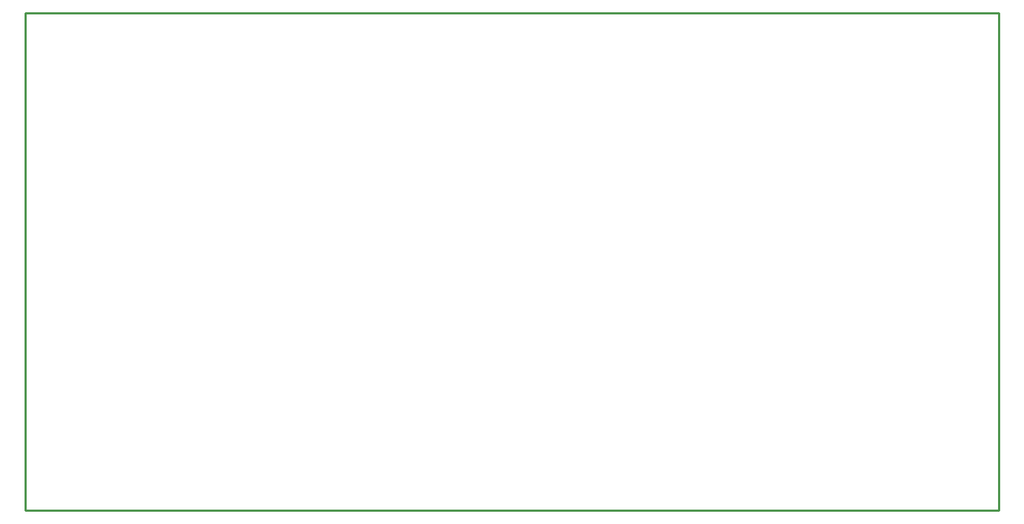
<source format=gm1>
G04*
G04 #@! TF.GenerationSoftware,Altium Limited,Altium Designer,19.1.8 (144)*
G04*
G04 Layer_Color=16711935*
%FSLAX25Y25*%
%MOIN*%
G70*
G01*
G75*
%ADD10C,0.01000*%
D10*
X451000Y1000D02*
Y2000D01*
X451000Y1000D02*
X451000Y1000D01*
X1000Y1000D02*
X451000D01*
Y231000D02*
X451000Y2000D01*
X1000Y231000D02*
X451000D01*
X1000D02*
X1000Y1000D01*
M02*

</source>
